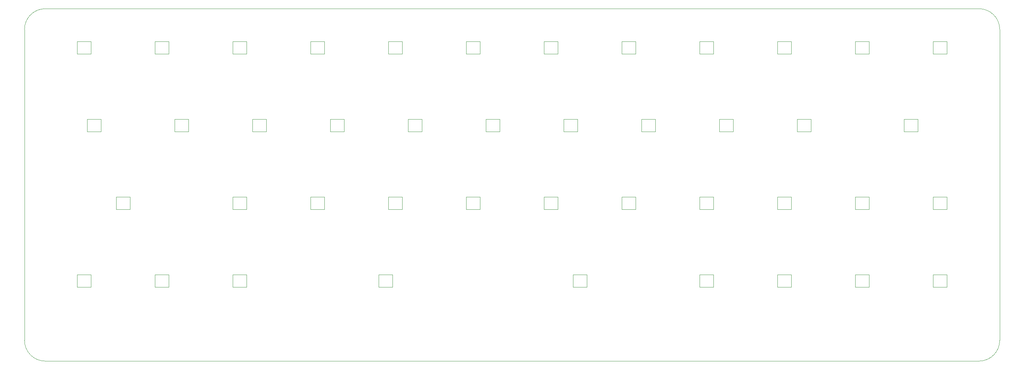
<source format=gbr>
%TF.GenerationSoftware,KiCad,Pcbnew,(5.1.10)-1*%
%TF.CreationDate,2021-09-02T23:13:25-06:00*%
%TF.ProjectId,MX43,4d583433-2e6b-4696-9361-645f70636258,rev?*%
%TF.SameCoordinates,Original*%
%TF.FileFunction,Profile,NP*%
%FSLAX46Y46*%
G04 Gerber Fmt 4.6, Leading zero omitted, Abs format (unit mm)*
G04 Created by KiCad (PCBNEW (5.1.10)-1) date 2021-09-02 23:13:25*
%MOMM*%
%LPD*%
G01*
G04 APERTURE LIST*
%TA.AperFunction,Profile*%
%ADD10C,0.050000*%
%TD*%
G04 APERTURE END LIST*
D10*
X46355000Y-50165000D02*
G75*
G02*
X51435000Y-45085000I5080000J0D01*
G01*
X280035000Y-45085000D02*
G75*
G02*
X285115000Y-50165000I0J-5080000D01*
G01*
X285115000Y-126365000D02*
G75*
G02*
X280035000Y-131445000I-5080000J0D01*
G01*
X51435000Y-131445000D02*
G75*
G02*
X46355000Y-126365000I0J5080000D01*
G01*
X46355000Y-50165000D02*
X46355000Y-126365000D01*
X280035000Y-45085000D02*
X51435000Y-45085000D01*
X285115000Y-126365000D02*
X285115000Y-50165000D01*
X51435000Y-131445000D02*
X280035000Y-131445000D01*
%TO.C,U39*%
X184072000Y-113290000D02*
X180672000Y-113290000D01*
X180672000Y-113290000D02*
X180672000Y-110290000D01*
X180672000Y-110290000D02*
X184072000Y-110290000D01*
X184072000Y-110290000D02*
X184072000Y-113290000D01*
%TO.C,U18*%
X162736000Y-75190000D02*
X159336000Y-75190000D01*
X159336000Y-75190000D02*
X159336000Y-72190000D01*
X159336000Y-72190000D02*
X162736000Y-72190000D01*
X162736000Y-72190000D02*
X162736000Y-75190000D01*
%TO.C,U13*%
X65073000Y-72190000D02*
X65073000Y-75190000D01*
X61673000Y-72190000D02*
X65073000Y-72190000D01*
X61673000Y-75190000D02*
X61673000Y-72190000D01*
X65073000Y-75190000D02*
X61673000Y-75190000D01*
%TO.C,U20*%
X200836000Y-75190000D02*
X197436000Y-75190000D01*
X197436000Y-75190000D02*
X197436000Y-72190000D01*
X197436000Y-72190000D02*
X200836000Y-72190000D01*
X200836000Y-72190000D02*
X200836000Y-75190000D01*
%TO.C,U21*%
X219886000Y-75190000D02*
X216486000Y-75190000D01*
X216486000Y-75190000D02*
X216486000Y-72190000D01*
X216486000Y-72190000D02*
X219886000Y-72190000D01*
X219886000Y-72190000D02*
X219886000Y-75190000D01*
%TO.C,U34*%
X272210000Y-94240000D02*
X268810000Y-94240000D01*
X268810000Y-94240000D02*
X268810000Y-91240000D01*
X268810000Y-91240000D02*
X272210000Y-91240000D01*
X272210000Y-91240000D02*
X272210000Y-94240000D01*
%TO.C,U43*%
X272210000Y-113290000D02*
X268810000Y-113290000D01*
X268810000Y-113290000D02*
X268810000Y-110290000D01*
X268810000Y-110290000D02*
X272210000Y-110290000D01*
X272210000Y-110290000D02*
X272210000Y-113290000D01*
%TO.C,U40*%
X215060000Y-113290000D02*
X211660000Y-113290000D01*
X211660000Y-113290000D02*
X211660000Y-110290000D01*
X211660000Y-110290000D02*
X215060000Y-110290000D01*
X215060000Y-110290000D02*
X215060000Y-113290000D01*
%TO.C,U38*%
X136447000Y-113290000D02*
X133047000Y-113290000D01*
X133047000Y-113290000D02*
X133047000Y-110290000D01*
X133047000Y-110290000D02*
X136447000Y-110290000D01*
X136447000Y-110290000D02*
X136447000Y-113290000D01*
%TO.C,U35*%
X62660000Y-113290000D02*
X59260000Y-113290000D01*
X59260000Y-113290000D02*
X59260000Y-110290000D01*
X59260000Y-110290000D02*
X62660000Y-110290000D01*
X62660000Y-110290000D02*
X62660000Y-113290000D01*
%TO.C,U24*%
X72185000Y-94240000D02*
X68785000Y-94240000D01*
X68785000Y-94240000D02*
X68785000Y-91240000D01*
X68785000Y-91240000D02*
X72185000Y-91240000D01*
X72185000Y-91240000D02*
X72185000Y-94240000D01*
%TO.C,U42*%
X253160000Y-110290000D02*
X253160000Y-113290000D01*
X249760000Y-110290000D02*
X253160000Y-110290000D01*
X249760000Y-113290000D02*
X249760000Y-110290000D01*
X253160000Y-113290000D02*
X249760000Y-113290000D01*
%TO.C,U23*%
X265098000Y-72190000D02*
X265098000Y-75190000D01*
X261698000Y-72190000D02*
X265098000Y-72190000D01*
X261698000Y-75190000D02*
X261698000Y-72190000D01*
X265098000Y-75190000D02*
X261698000Y-75190000D01*
%TO.C,U41*%
X234110000Y-113290000D02*
X230710000Y-113290000D01*
X230710000Y-113290000D02*
X230710000Y-110290000D01*
X230710000Y-110290000D02*
X234110000Y-110290000D01*
X234110000Y-110290000D02*
X234110000Y-113290000D01*
%TO.C,U37*%
X100760000Y-113290000D02*
X97360000Y-113290000D01*
X97360000Y-113290000D02*
X97360000Y-110290000D01*
X97360000Y-110290000D02*
X100760000Y-110290000D01*
X100760000Y-110290000D02*
X100760000Y-113290000D01*
%TO.C,U36*%
X81710000Y-113290000D02*
X78310000Y-113290000D01*
X78310000Y-113290000D02*
X78310000Y-110290000D01*
X78310000Y-110290000D02*
X81710000Y-110290000D01*
X81710000Y-110290000D02*
X81710000Y-113290000D01*
%TO.C,U33*%
X253160000Y-94240000D02*
X249760000Y-94240000D01*
X249760000Y-94240000D02*
X249760000Y-91240000D01*
X249760000Y-91240000D02*
X253160000Y-91240000D01*
X253160000Y-91240000D02*
X253160000Y-94240000D01*
%TO.C,U32*%
X234110000Y-94240000D02*
X230710000Y-94240000D01*
X230710000Y-94240000D02*
X230710000Y-91240000D01*
X230710000Y-91240000D02*
X234110000Y-91240000D01*
X234110000Y-91240000D02*
X234110000Y-94240000D01*
%TO.C,U31*%
X215060000Y-94240000D02*
X211660000Y-94240000D01*
X211660000Y-94240000D02*
X211660000Y-91240000D01*
X211660000Y-91240000D02*
X215060000Y-91240000D01*
X215060000Y-91240000D02*
X215060000Y-94240000D01*
%TO.C,U30*%
X196010000Y-94240000D02*
X192610000Y-94240000D01*
X192610000Y-94240000D02*
X192610000Y-91240000D01*
X192610000Y-91240000D02*
X196010000Y-91240000D01*
X196010000Y-91240000D02*
X196010000Y-94240000D01*
%TO.C,U29*%
X176960000Y-94240000D02*
X173560000Y-94240000D01*
X173560000Y-94240000D02*
X173560000Y-91240000D01*
X173560000Y-91240000D02*
X176960000Y-91240000D01*
X176960000Y-91240000D02*
X176960000Y-94240000D01*
%TO.C,U28*%
X157910000Y-94240000D02*
X154510000Y-94240000D01*
X154510000Y-94240000D02*
X154510000Y-91240000D01*
X154510000Y-91240000D02*
X157910000Y-91240000D01*
X157910000Y-91240000D02*
X157910000Y-94240000D01*
%TO.C,U27*%
X138860000Y-94240000D02*
X135460000Y-94240000D01*
X135460000Y-94240000D02*
X135460000Y-91240000D01*
X135460000Y-91240000D02*
X138860000Y-91240000D01*
X138860000Y-91240000D02*
X138860000Y-94240000D01*
%TO.C,U26*%
X119810000Y-94240000D02*
X116410000Y-94240000D01*
X116410000Y-94240000D02*
X116410000Y-91240000D01*
X116410000Y-91240000D02*
X119810000Y-91240000D01*
X119810000Y-91240000D02*
X119810000Y-94240000D01*
%TO.C,U25*%
X100760000Y-94240000D02*
X97360000Y-94240000D01*
X97360000Y-94240000D02*
X97360000Y-91240000D01*
X97360000Y-91240000D02*
X100760000Y-91240000D01*
X100760000Y-91240000D02*
X100760000Y-94240000D01*
%TO.C,U22*%
X238936000Y-75190000D02*
X235536000Y-75190000D01*
X235536000Y-75190000D02*
X235536000Y-72190000D01*
X235536000Y-72190000D02*
X238936000Y-72190000D01*
X238936000Y-72190000D02*
X238936000Y-75190000D01*
%TO.C,U19*%
X181786000Y-75190000D02*
X178386000Y-75190000D01*
X178386000Y-75190000D02*
X178386000Y-72190000D01*
X178386000Y-72190000D02*
X181786000Y-72190000D01*
X181786000Y-72190000D02*
X181786000Y-75190000D01*
%TO.C,U17*%
X143686000Y-75190000D02*
X140286000Y-75190000D01*
X140286000Y-75190000D02*
X140286000Y-72190000D01*
X140286000Y-72190000D02*
X143686000Y-72190000D01*
X143686000Y-72190000D02*
X143686000Y-75190000D01*
%TO.C,U16*%
X124636000Y-75190000D02*
X121236000Y-75190000D01*
X121236000Y-75190000D02*
X121236000Y-72190000D01*
X121236000Y-72190000D02*
X124636000Y-72190000D01*
X124636000Y-72190000D02*
X124636000Y-75190000D01*
%TO.C,U15*%
X105586000Y-75190000D02*
X102186000Y-75190000D01*
X102186000Y-75190000D02*
X102186000Y-72190000D01*
X102186000Y-72190000D02*
X105586000Y-72190000D01*
X105586000Y-72190000D02*
X105586000Y-75190000D01*
%TO.C,U14*%
X86536000Y-75190000D02*
X83136000Y-75190000D01*
X83136000Y-75190000D02*
X83136000Y-72190000D01*
X83136000Y-72190000D02*
X86536000Y-72190000D01*
X86536000Y-72190000D02*
X86536000Y-75190000D01*
%TO.C,U12*%
X272210000Y-56140000D02*
X268810000Y-56140000D01*
X268810000Y-56140000D02*
X268810000Y-53140000D01*
X268810000Y-53140000D02*
X272210000Y-53140000D01*
X272210000Y-53140000D02*
X272210000Y-56140000D01*
%TO.C,U11*%
X253160000Y-56140000D02*
X249760000Y-56140000D01*
X249760000Y-56140000D02*
X249760000Y-53140000D01*
X249760000Y-53140000D02*
X253160000Y-53140000D01*
X253160000Y-53140000D02*
X253160000Y-56140000D01*
%TO.C,U10*%
X234110000Y-56140000D02*
X230710000Y-56140000D01*
X230710000Y-56140000D02*
X230710000Y-53140000D01*
X230710000Y-53140000D02*
X234110000Y-53140000D01*
X234110000Y-53140000D02*
X234110000Y-56140000D01*
%TO.C,U9*%
X215060000Y-56140000D02*
X211660000Y-56140000D01*
X211660000Y-56140000D02*
X211660000Y-53140000D01*
X211660000Y-53140000D02*
X215060000Y-53140000D01*
X215060000Y-53140000D02*
X215060000Y-56140000D01*
%TO.C,U8*%
X196010000Y-56140000D02*
X192610000Y-56140000D01*
X192610000Y-56140000D02*
X192610000Y-53140000D01*
X192610000Y-53140000D02*
X196010000Y-53140000D01*
X196010000Y-53140000D02*
X196010000Y-56140000D01*
%TO.C,U7*%
X176960000Y-56140000D02*
X173560000Y-56140000D01*
X173560000Y-56140000D02*
X173560000Y-53140000D01*
X173560000Y-53140000D02*
X176960000Y-53140000D01*
X176960000Y-53140000D02*
X176960000Y-56140000D01*
%TO.C,U6*%
X157910000Y-56140000D02*
X154510000Y-56140000D01*
X154510000Y-56140000D02*
X154510000Y-53140000D01*
X154510000Y-53140000D02*
X157910000Y-53140000D01*
X157910000Y-53140000D02*
X157910000Y-56140000D01*
%TO.C,U5*%
X138860000Y-56140000D02*
X135460000Y-56140000D01*
X135460000Y-56140000D02*
X135460000Y-53140000D01*
X135460000Y-53140000D02*
X138860000Y-53140000D01*
X138860000Y-53140000D02*
X138860000Y-56140000D01*
%TO.C,U4*%
X119810000Y-56140000D02*
X116410000Y-56140000D01*
X116410000Y-56140000D02*
X116410000Y-53140000D01*
X116410000Y-53140000D02*
X119810000Y-53140000D01*
X119810000Y-53140000D02*
X119810000Y-56140000D01*
%TO.C,U3*%
X100760000Y-56140000D02*
X97360000Y-56140000D01*
X97360000Y-56140000D02*
X97360000Y-53140000D01*
X97360000Y-53140000D02*
X100760000Y-53140000D01*
X100760000Y-53140000D02*
X100760000Y-56140000D01*
%TO.C,U2*%
X81710000Y-56140000D02*
X78310000Y-56140000D01*
X78310000Y-56140000D02*
X78310000Y-53140000D01*
X78310000Y-53140000D02*
X81710000Y-53140000D01*
X81710000Y-53140000D02*
X81710000Y-56140000D01*
%TO.C,U1*%
X62660000Y-56140000D02*
X59260000Y-56140000D01*
X59260000Y-56140000D02*
X59260000Y-53140000D01*
X59260000Y-53140000D02*
X62660000Y-53140000D01*
X62660000Y-53140000D02*
X62660000Y-56140000D01*
%TD*%
M02*

</source>
